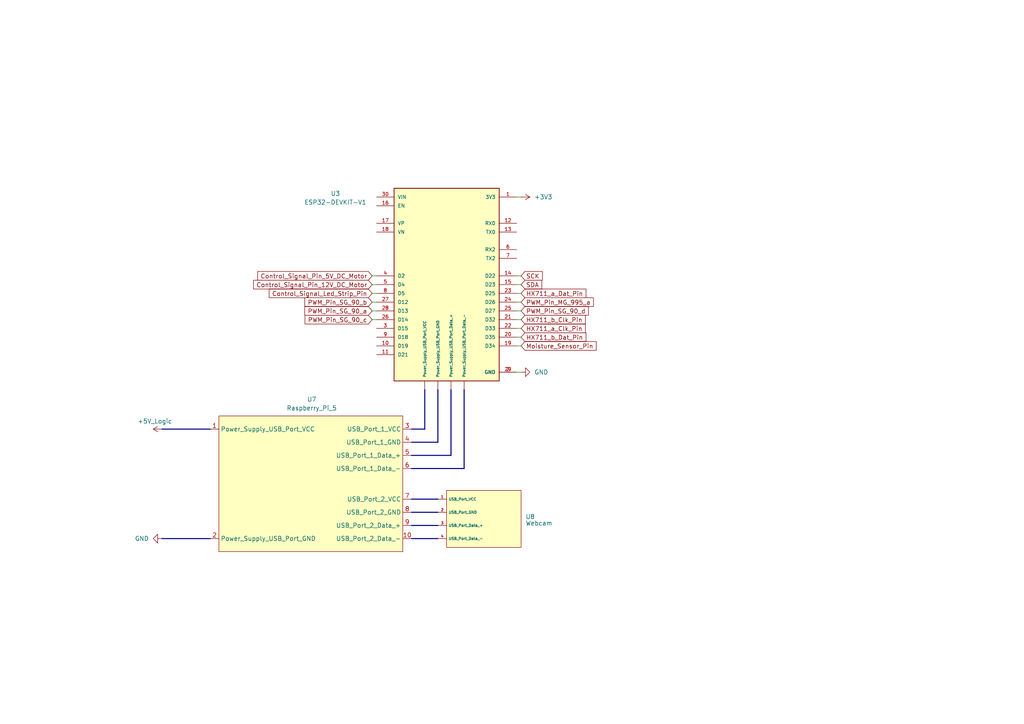
<source format=kicad_sch>
(kicad_sch (version 20231120) (generator "eeschema") (generator_version "8.0")
  (paper "A4")
  (lib_symbols
    (symbol "ESP32-DEVKIT-V1:ESP32-DEVKIT-V1" (pin_names (offset 1.016))
      (property "Reference" "U3" (at 0 33.02 0))
      (property "Value" "ESP32-DEVKIT-V1" (at 0 30.48 0))
      (symbol "ESP32-DEVKIT-V1_0_0"
        (rectangle (start -20.32 27.94) (end 10.16 -27.94) (stroke (width 0.254)) (fill (type background)))
        (pin output line (at 15.24 25.4 180) (length 5.08) (name "3V3") (number "1"))
        (pin bidirectional line (at -25.4 -17.78 0) (length 5.08) (name "D19") (number "10"))
        (pin bidirectional line (at -25.4 -20.32 0) (length 5.08) (name "D21") (number "11"))
        (pin input line (at 15.24 17.78 180) (length 5.08) (name "RX0") (number "12"))
        (pin output line (at 15.24 15.24 180) (length 5.08) (name "TX0") (number "13"))
        (pin bidirectional line (at 15.24 2.54 180) (length 5.08) (name "D22") (number "14"))
        (pin bidirectional line (at 15.24 0 180) (length 5.08) (name "D23") (number "15"))
        (pin input line (at -25.4 22.86 0) (length 5.08) (name "EN") (number "16"))
        (pin bidirectional line (at -25.4 17.78 0) (length 5.08) (name "VP") (number "17"))
        (pin bidirectional line (at -25.4 15.24 0) (length 5.08) (name "VN") (number "18"))
        (pin bidirectional line (at 15.24 -17.78 180) (length 5.08) (name "D34") (number "19"))
        (pin power_in line (at 15.24 -25.4 180) (length 5.08) (name "GND") (number "2"))
        (pin bidirectional line (at 15.24 -15.24 180) (length 5.08) (name "D35") (number "20"))
        (pin bidirectional line (at 15.24 -10.16 180) (length 5.08) (name "D32") (number "21"))
        (pin bidirectional line (at 15.24 -12.7 180) (length 5.08) (name "D33") (number "22"))
        (pin bidirectional line (at 15.24 -2.54 180) (length 5.08) (name "D25") (number "23"))
        (pin bidirectional line (at 15.24 -5.08 180) (length 5.08) (name "D26") (number "24"))
        (pin bidirectional line (at 15.24 -7.62 180) (length 5.08) (name "D27") (number "25"))
        (pin bidirectional line (at -25.4 -10.16 0) (length 5.08) (name "D14") (number "26"))
        (pin bidirectional line (at -25.4 -5.08 0) (length 5.08) (name "D12") (number "27"))
        (pin bidirectional line (at -25.4 -7.62 0) (length 5.08) (name "D13") (number "28"))
        (pin power_in line (at 15.24 -25.4 180) (length 5.08) (name "GND") (number "29"))
        (pin bidirectional line (at -25.4 -12.7 0) (length 5.08) (name "D15") (number "3"))
        (pin input line (at -25.4 25.4 0) (length 5.08) (name "VIN") (number "30"))
        (pin bidirectional line (at -25.4 2.54 0) (length 5.08) (name "D2") (number "4"))
        (pin bidirectional line (at -25.4 0 0) (length 5.08) (name "D4") (number "5"))
        (pin input line (at 15.24 10.16 180) (length 5.08) (name "RX2") (number "6"))
        (pin output line (at 15.24 7.62 180) (length 5.08) (name "TX2") (number "7"))
        (pin bidirectional line (at -25.4 -2.54 0) (length 5.08) (name "D5") (number "8"))
        (pin bidirectional line (at -25.4 -15.24 0) (length 5.08) (name "D18") (number "9"))
      )
      (symbol "ESP32-DEVKIT-V1_1_1"
        (pin power_in line (at -3.81 -30.48 90) (length 2.54) (name "Power_Supply_USB_Port_Data_+") (number ""))
        (pin power_in line (at 0 -30.48 90) (length 2.54) (name "Power_Supply_USB_Port_Data_-") (number ""))
        (pin power_in line (at -7.62 -30.48 90) (length 2.54) (name "Power_Supply_USB_Port_GND") (number ""))
        (pin power_in line (at -11.43 -30.48 90) (length 2.54) (name "Power_Supply_USB_Port_VCC") (number ""))
      )
    )
    (symbol "joao_lib:RaspberryPi5PowerPorts"
      (property "Reference" "U7" (at -3.556 39.116 0))
      (property "Value" "Raspberry_Pi_5" (at -3.556 36.576 0))
      (symbol "RaspberryPi5PowerPorts_1_1"
        (rectangle (start -30.48 34.29) (end 22.86 -5.08) (fill (type background)))
        (pin power_in line (at -33.02 30.48 0) (length 2.54) (name "Power_Supply_USB_Port_VCC") (number "1"))
        (pin bidirectional line (at 25.4 -1.27 180) (length 2.54) (name "USB_Port_2_Data_-") (number "10"))
        (pin power_in line (at -33.02 -1.27 0) (length 2.54) (name "Power_Supply_USB_Port_GND") (number "2"))
        (pin bidirectional line (at 25.4 30.48 180) (length 2.54) (name "USB_Port_1_VCC") (number "3"))
        (pin bidirectional line (at 25.4 26.67 180) (length 2.54) (name "USB_Port_1_GND") (number "4"))
        (pin bidirectional line (at 25.4 22.86 180) (length 2.54) (name "USB_Port_1_Data_+") (number "5"))
        (pin bidirectional line (at 25.4 19.05 180) (length 2.54) (name "USB_Port_1_Data_-") (number "6"))
        (pin bidirectional line (at 25.4 10.16 180) (length 2.54) (name "USB_Port_2_VCC") (number "7"))
        (pin bidirectional line (at 25.4 6.35 180) (length 2.54) (name "USB_Port_2_GND") (number "8"))
        (pin bidirectional line (at 25.4 2.54 180) (length 2.54) (name "USB_Port_2_Data_+") (number "9"))
      )
    )
    (symbol "joao_lib:Webcam"
      (property "Reference" "U" (at 0 0 0))
      (symbol "Webcam_1_1"
        (rectangle (start -10.16 -3.81) (end 11.43 -20.32) (fill (type background)))
        (pin power_in line (at -12.7 -6.35 0) (length 2.54) (name "USB_Port_VCC") (number "1"))
        (pin power_in line (at -12.7 -10.16 0) (length 2.54) (name "USB_Port_GND") (number "2"))
        (pin bidirectional line (at -12.7 -13.97 0) (length 2.54) (name "USB_Port_Data_+") (number "3"))
        (pin bidirectional line (at -12.7 -17.78 0) (length 2.54) (name "USB_Port_Data_-") (number "4"))
      )
    )
    (symbol "power:+3V3" (power) (pin_names (offset 0))
      (property "Value" "+3V3" (at 0 3.556 0))
      (symbol "+3V3_0_1"
        (polyline (pts (xy -0.762 1.27) (xy 0 2.54)))
        (polyline (pts (xy 0 0) (xy 0 2.54)))
        (polyline (pts (xy 0 2.54) (xy 0.762 1.27)))
      )
      (symbol "+3V3_1_1"
        (pin power_in line (at 0 0 90) (length 0) hide (name "+3V3") (number "1"))
      )
    )
    (symbol "power:+5V" (power) (pin_names (offset 0))
      (property "Value" "+5V" (at 0 3.556 0))
      (symbol "+5V_0_1"
        (polyline (pts (xy -0.762 1.27) (xy 0 2.54)))
        (polyline (pts (xy 0 0) (xy 0 2.54)))
        (polyline (pts (xy 0 2.54) (xy 0.762 1.27)))
      )
      (symbol "+5V_1_1"
        (pin power_in line (at 0 0 90) (length 0) hide (name "+5V") (number "1"))
      )
    )
    (symbol "power:GND" (power) (pin_names (offset 0))
      (property "Value" "GND" (at 0 -3.81 0))
      (symbol "GND_0_1"
        (polyline (pts (xy 0 0) (xy 0 -1.27) (xy 1.27 -1.27) (xy 0 -2.54) (xy -1.27 -1.27) (xy 0 -1.27)))
      )
      (symbol "GND_1_1"
        (pin power_in line (at 0 0 270) (length 0) hide (name "GND") (number "1"))
      )
    )
  )
  (wire (pts (xy 149.86 87.63) (xy 151.13 87.63)))
  (bus (pts (xy 123.19 113.03) (xy 123.19 124.46)))
  (wire (pts (xy 149.86 85.09) (xy 151.13 85.09)))
  (bus (pts (xy 46.99 124.46) (xy 60.96 124.46)))
  (wire (pts (xy 149.86 90.17) (xy 151.13 90.17)))
  (bus (pts (xy 119.38 135.89) (xy 134.62 135.89)))
  (wire (pts (xy 151.13 57.15) (xy 149.86 57.15)))
  (bus (pts (xy 119.38 156.21) (xy 127 156.21)))
  (wire (pts (xy 149.86 100.33) (xy 151.13 100.33)))
  (bus (pts (xy 119.38 128.27) (xy 127 128.27)))
  (bus (pts (xy 119.38 144.78) (xy 127 144.78)))
  (bus (pts (xy 130.81 113.03) (xy 130.81 132.08)))
  (bus (pts (xy 134.62 113.03) (xy 134.62 135.89)))
  (bus (pts (xy 119.38 132.08) (xy 130.81 132.08)))
  (wire (pts (xy 107.95 92.71) (xy 109.22 92.71)))
  (wire (pts (xy 107.95 80.01) (xy 109.22 80.01)))
  (wire (pts (xy 107.95 85.09) (xy 109.22 85.09)))
  (wire (pts (xy 107.95 87.63) (xy 109.22 87.63)))
  (wire (pts (xy 149.86 82.55) (xy 151.13 82.55)))
  (wire (pts (xy 149.86 80.01) (xy 151.13 80.01)))
  (wire (pts (xy 107.95 82.55) (xy 109.22 82.55)))
  (bus (pts (xy 46.99 156.21) (xy 60.96 156.21)))
  (wire (pts (xy 149.86 92.71) (xy 151.13 92.71)))
  (wire (pts (xy 149.86 107.95) (xy 151.13 107.95)))
  (bus (pts (xy 127 113.03) (xy 127 128.27)))
  (wire (pts (xy 149.86 97.79) (xy 151.13 97.79)))
  (bus (pts (xy 119.38 124.46) (xy 123.19 124.46)))
  (wire (pts (xy 107.95 90.17) (xy 109.22 90.17)))
  (wire (pts (xy 149.86 95.25) (xy 151.13 95.25)))
  (bus (pts (xy 119.38 152.4) (xy 127 152.4)))
  (bus (pts (xy 119.38 148.59) (xy 127 148.59)))
  (global_label "HX711_b_Dat_Pin" (shape input) (at 151.13 97.79 0) (property "Intersheetrefs" "${INTERSHEET_REFS}" (effects (hide yes))))
  (global_label "HX711_a_Clk_Pin" (shape input) (at 151.13 95.25 0) (property "Intersheetrefs" "${INTERSHEET_REFS}" (effects (hide yes))))
  (global_label "Moisture_Sensor_Pin" (shape input) (at 151.13 100.33 0) (property "Intersheetrefs" "${INTERSHEET_REFS}" (effects (hide yes))))
  (global_label "PWM_Pin_SG_90_c" (shape input) (at 107.95 92.71 180) (property "Intersheetrefs" "${INTERSHEET_REFS}" (effects (hide yes))))
  (global_label "SCK" (shape input) (at 151.13 80.01 0) (property "Intersheetrefs" "${INTERSHEET_REFS}" (effects (hide yes))))
  (global_label "PWM_Pin_SG_90_b" (shape input) (at 107.95 87.63 180) (property "Intersheetrefs" "${INTERSHEET_REFS}" (effects (hide yes))))
  (global_label "Control_Signal_Led_Strip_Pin" (shape input) (at 107.95 85.09 180) (property "Intersheetrefs" "${INTERSHEET_REFS}" (effects (hide yes))))
  (global_label "Control_Signal_Pin_12V_DC_Motor" (shape input) (at 107.95 82.55 180) (property "Intersheetrefs" "${INTERSHEET_REFS}" (effects (hide yes))))
  (global_label "PWM_Pin_SG_90_a" (shape input) (at 107.95 90.17 180) (property "Intersheetrefs" "${INTERSHEET_REFS}" (effects (hide yes))))
  (global_label "HX711_b_Clk_Pin" (shape input) (at 151.13 92.71 0) (property "Intersheetrefs" "${INTERSHEET_REFS}" (effects (hide yes))))
  (global_label "Control_Signal_Pin_5V_DC_Motor" (shape input) (at 107.95 80.01 180) (property "Intersheetrefs" "${INTERSHEET_REFS}" (effects (hide yes))))
  (global_label "PWM_Pin_MG_995_a" (shape input) (at 151.13 87.63 0) (property "Intersheetrefs" "${INTERSHEET_REFS}" (effects (hide yes))))
  (global_label "SDA" (shape input) (at 151.13 82.55 0) (property "Intersheetrefs" "${INTERSHEET_REFS}" (effects (hide yes))))
  (global_label "HX711_a_Dat_Pin" (shape input) (at 151.13 85.09 0) (property "Intersheetrefs" "${INTERSHEET_REFS}" (effects (hide yes))))
  (global_label "PWM_Pin_SG_90_d" (shape input) (at 151.13 90.17 0) (property "Intersheetrefs" "${INTERSHEET_REFS}" (effects (hide yes))))
  (symbol (lib_id "power:+3V3") (at 151.13 57.15 270) (unit 1)
    (property "Reference" "#PWR7" (effects (hide yes)))
    (property "Value" "+3V3" (at 154.94 57.1499 90) (effects (justify left)))
    (property "Description" "Power symbol creates a global label with name \"+3V3\"" (effects (hide yes)))
  )
  (symbol (lib_id "joao_lib:RaspberryPi5PowerPorts") (at 93.98 154.94 0) (unit 1)
    (property "Reference" "U7" (at 90.424 115.824 0))
    (property "Value" "Raspberry_Pi_5" (at 90.424 118.364 0))
  )
  (symbol (lib_id "power:+5V") (at 46.99 124.46 90) (unit 1)
    (property "Reference" "#PWR14" (effects (hide yes)))
    (property "Value" "+5V_Logic" (at 39.878 122.174 90) (effects (justify right)))
    (property "Description" "Power symbol creates a global label with name \"+5V\"" (effects (hide yes)))
  )
  (symbol (lib_id "joao_lib:Webcam") (at 139.7 138.43 0) (unit 1)
    (property "Reference" "U8" (at 152.4 149.8599 0) (effects (justify left)))
    (property "Value" "Webcam" (at 152.4 151.765 0) (effects (justify left)))
  )
  (symbol (lib_id "power:GND") (at 151.13 107.95 90) (unit 1)
    (property "Reference" "#PWR8" (effects (hide yes)))
    (property "Value" "GND" (at 154.94 107.9499 90) (effects (justify right)))
    (property "Description" "Power symbol creates a global label with name \"GND\" , ground" (effects (hide yes)))
  )
  (symbol (lib_id "ESP32-DEVKIT-V1:ESP32-DEVKIT-V1") (at 134.62 82.55 0) (unit 1)
    (property "Reference" "U3" (at 97.282 56.134 0))
    (property "Value" "ESP32-DEVKIT-V1" (at 97.282 58.674 0))
    (property "Footprint" "ESP32-DEVKIT-V1:MODULE_ESP32_DEVKIT_V1" (effects (hide yes)))
    (property "MF" "Do it" (effects (hide yes)))
    (property "MAXIMUM_PACKAGE_HEIGHT" "6.8 mm" (effects (hide yes)))
    (property "Package" "None" (effects (hide yes)))
    (property "Price" "None" (effects (hide yes)))
    (property "Check_prices" "https://www.snapeda.com/parts/ESP32-DEVKIT-V1/Do+it/view-part/?ref=eda" (effects (hide yes)))
    (property "STANDARD" "Manufacturer Recommendations" (effects (hide yes)))
    (property "PARTREV" "N/A" (effects (hide yes)))
    (property "SnapEDA_Link" "https://www.snapeda.com/parts/ESP32-DEVKIT-V1/Do+it/view-part/?ref=snap" (effects (hide yes)))
    (property "MP" "ESP32-DEVKIT-V1" (effects (hide yes)))
    (property "Description_1" "\n                        \n                            Dual core, Wi-Fi: 2.4 GHz up to 150 Mbits/s,BLE (Bluetooth Low Energy) and legacy Bluetooth, 32 bits, Up to 240 MHz\n                        \n" (effects (hide yes)))
    (property "Availability" "Not in stock" (effects (hide yes)))
    (property "MANUFACTURER" "DOIT" (effects (hide yes)))
  )
  (symbol (lib_id "power:GND") (at 46.99 156.21 270) (unit 1)
    (property "Reference" "#PWR46" (effects (hide yes)))
    (property "Value" "GND" (at 43.18 156.2099 90) (effects (justify right)))
    (property "Description" "Power symbol creates a global label with name \"GND\" , ground" (effects (hide yes)))
  )
)
</source>
